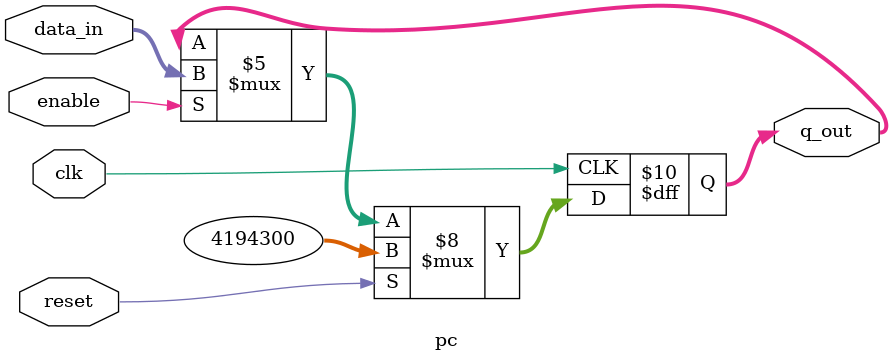
<source format=v>
module pc(input clk, input reset, input [31:0] data_in, output reg [31:0] q_out, input enable);

always@(posedge clk)
	if (reset == 1'b1) begin
		q_out <= 32'h003ffffc;
	end else begin
		if (enable == 1'b1) begin
			q_out <= data_in;
		end else begin
			q_out <= q_out;
		end
	end

endmodule
</source>
